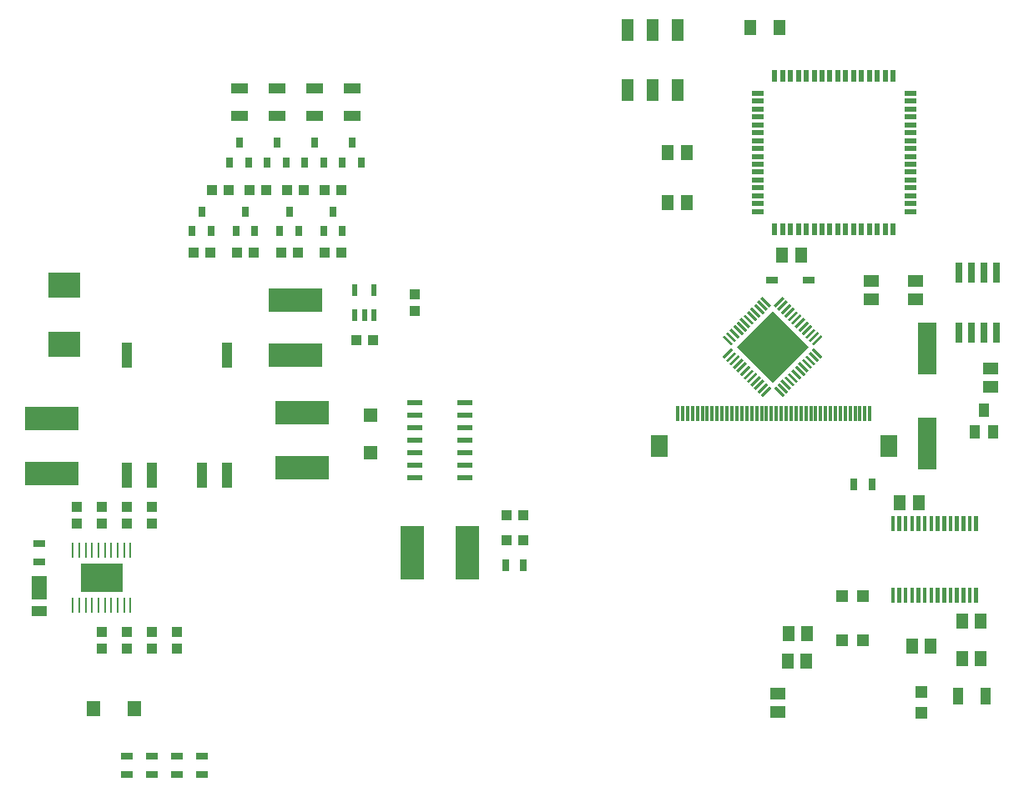
<source format=gtp>
G75*
%MOIN*%
%OFA0B0*%
%FSLAX24Y24*%
%IPPOS*%
%LPD*%
%AMOC8*
5,1,8,0,0,1.08239X$1,22.5*
%
%ADD10R,0.0591X0.0413*%
%ADD11R,0.0591X0.0945*%
%ADD12R,0.0531X0.0591*%
%ADD13R,0.0591X0.0512*%
%ADD14R,0.0512X0.0591*%
%ADD15R,0.2165X0.0925*%
%ADD16R,0.0315X0.0472*%
%ADD17R,0.0433X0.0394*%
%ADD18R,0.0925X0.2165*%
%ADD19R,0.0394X0.0433*%
%ADD20R,0.0472X0.0315*%
%ADD21R,0.0472X0.0276*%
%ADD22R,0.0551X0.0551*%
%ADD23R,0.0394X0.0709*%
%ADD24R,0.0500X0.0858*%
%ADD25R,0.0220X0.0470*%
%ADD26R,0.0470X0.0220*%
%ADD27R,0.0260X0.0800*%
%ADD28R,0.0394X0.0551*%
%ADD29C,0.0030*%
%ADD30R,0.0472X0.0630*%
%ADD31R,0.0472X0.0472*%
%ADD32R,0.0760X0.2100*%
%ADD33R,0.0394X0.1000*%
%ADD34R,0.0110X0.0490*%
%ADD35R,0.2030X0.2030*%
%ADD36R,0.0217X0.0472*%
%ADD37R,0.0098X0.0591*%
%ADD38R,0.1654X0.1181*%
%ADD39R,0.0630X0.0220*%
%ADD40R,0.0120X0.0590*%
%ADD41R,0.0710X0.0870*%
%ADD42R,0.1280X0.0984*%
%ADD43R,0.0315X0.0384*%
%ADD44R,0.0709X0.0394*%
D10*
X006030Y012564D03*
D11*
X006030Y013499D03*
D12*
X008213Y008649D03*
X009847Y008649D03*
D13*
X035530Y008525D03*
X035530Y009273D03*
X044030Y021525D03*
X044030Y022273D03*
X041030Y025025D03*
X041030Y025773D03*
X039280Y025773D03*
X039280Y025025D03*
D14*
X036464Y026779D03*
X035716Y026779D03*
X031904Y028899D03*
X031156Y028899D03*
X031156Y030899D03*
X031904Y030899D03*
X040416Y016879D03*
X041164Y016879D03*
X042906Y012149D03*
X043654Y012149D03*
X043654Y010649D03*
X042906Y010649D03*
X041654Y011149D03*
X040906Y011149D03*
X036714Y011659D03*
X035966Y011659D03*
X035926Y010569D03*
X036674Y010569D03*
D15*
X016530Y018297D03*
X016530Y020501D03*
X016280Y022797D03*
X016280Y025001D03*
X006530Y020251D03*
X006530Y018047D03*
D16*
X024676Y014399D03*
X025384Y014399D03*
X038586Y017639D03*
X039294Y017639D03*
D17*
X025365Y016399D03*
X024695Y016399D03*
X024695Y015399D03*
X025365Y015399D03*
X019365Y023399D03*
X018695Y023399D03*
X018115Y026899D03*
X017445Y026899D03*
X016365Y026899D03*
X015695Y026899D03*
X014615Y026899D03*
X013945Y026899D03*
X012865Y026899D03*
X012195Y026899D03*
X012945Y029399D03*
X013615Y029399D03*
X014445Y029399D03*
X015115Y029399D03*
X015945Y029399D03*
X016615Y029399D03*
X017445Y029399D03*
X018115Y029399D03*
D18*
X020928Y014899D03*
X023132Y014899D03*
D19*
X011530Y011734D03*
X011530Y011064D03*
X010530Y011064D03*
X010530Y011734D03*
X009530Y011734D03*
X009530Y011064D03*
X008530Y011064D03*
X008530Y011734D03*
X008530Y016064D03*
X008530Y016734D03*
X007530Y016734D03*
X007530Y016064D03*
X009530Y016064D03*
X009530Y016734D03*
X010530Y016734D03*
X010530Y016064D03*
X021030Y024564D03*
X021030Y025234D03*
D20*
X009530Y006045D03*
X009530Y006753D03*
X010530Y006753D03*
X010530Y006045D03*
X011530Y006045D03*
X011530Y006753D03*
X012530Y006753D03*
X012530Y006045D03*
X006030Y014545D03*
X006030Y015253D03*
D21*
X035322Y025779D03*
X036778Y025779D03*
D22*
X019280Y020397D03*
X019280Y018901D03*
D23*
X042729Y009149D03*
X043831Y009149D03*
D24*
X031540Y033408D03*
X030540Y033408D03*
X029540Y033408D03*
X029540Y035810D03*
X030540Y035810D03*
X031540Y035810D03*
D25*
X035418Y033954D03*
X035733Y033954D03*
X036048Y033954D03*
X036363Y033954D03*
X036678Y033954D03*
X036993Y033954D03*
X037308Y033954D03*
X037623Y033954D03*
X037937Y033954D03*
X038252Y033954D03*
X038567Y033954D03*
X038882Y033954D03*
X039197Y033954D03*
X039512Y033954D03*
X039827Y033954D03*
X040142Y033954D03*
X040142Y027844D03*
X039827Y027844D03*
X039512Y027844D03*
X039197Y027844D03*
X038882Y027844D03*
X038567Y027844D03*
X038252Y027844D03*
X037937Y027844D03*
X037623Y027844D03*
X037308Y027844D03*
X036993Y027844D03*
X036678Y027844D03*
X036363Y027844D03*
X036048Y027844D03*
X035733Y027844D03*
X035418Y027844D03*
D26*
X034725Y028537D03*
X034725Y028852D03*
X034725Y029167D03*
X034725Y029482D03*
X034725Y029797D03*
X034725Y030112D03*
X034725Y030427D03*
X034725Y030742D03*
X034725Y031056D03*
X034725Y031371D03*
X034725Y031686D03*
X034725Y032001D03*
X034725Y032316D03*
X034725Y032631D03*
X034725Y032946D03*
X034725Y033261D03*
X040835Y033261D03*
X040835Y032946D03*
X040835Y032631D03*
X040835Y032316D03*
X040835Y032001D03*
X040835Y031686D03*
X040835Y031371D03*
X040835Y031056D03*
X040835Y030742D03*
X040835Y030427D03*
X040835Y030112D03*
X040835Y029797D03*
X040835Y029482D03*
X040835Y029167D03*
X040835Y028852D03*
X040835Y028537D03*
D27*
X042780Y026109D03*
X043280Y026109D03*
X043780Y026109D03*
X044280Y026109D03*
X044280Y023689D03*
X043780Y023689D03*
X043280Y023689D03*
X042780Y023689D03*
D28*
X043780Y020582D03*
X043406Y019716D03*
X044154Y019716D03*
D29*
X043503Y016356D02*
X043383Y016356D01*
X043503Y016356D02*
X043503Y015796D01*
X043383Y015796D01*
X043383Y016356D01*
X043383Y015825D02*
X043503Y015825D01*
X043503Y015854D02*
X043383Y015854D01*
X043383Y015883D02*
X043503Y015883D01*
X043503Y015912D02*
X043383Y015912D01*
X043383Y015941D02*
X043503Y015941D01*
X043503Y015970D02*
X043383Y015970D01*
X043383Y015999D02*
X043503Y015999D01*
X043503Y016028D02*
X043383Y016028D01*
X043383Y016057D02*
X043503Y016057D01*
X043503Y016086D02*
X043383Y016086D01*
X043383Y016115D02*
X043503Y016115D01*
X043503Y016144D02*
X043383Y016144D01*
X043383Y016173D02*
X043503Y016173D01*
X043503Y016202D02*
X043383Y016202D01*
X043383Y016231D02*
X043503Y016231D01*
X043503Y016260D02*
X043383Y016260D01*
X043383Y016289D02*
X043503Y016289D01*
X043503Y016318D02*
X043383Y016318D01*
X043383Y016347D02*
X043503Y016347D01*
X043247Y016356D02*
X043127Y016356D01*
X043247Y016356D02*
X043247Y015796D01*
X043127Y015796D01*
X043127Y016356D01*
X043127Y015825D02*
X043247Y015825D01*
X043247Y015854D02*
X043127Y015854D01*
X043127Y015883D02*
X043247Y015883D01*
X043247Y015912D02*
X043127Y015912D01*
X043127Y015941D02*
X043247Y015941D01*
X043247Y015970D02*
X043127Y015970D01*
X043127Y015999D02*
X043247Y015999D01*
X043247Y016028D02*
X043127Y016028D01*
X043127Y016057D02*
X043247Y016057D01*
X043247Y016086D02*
X043127Y016086D01*
X043127Y016115D02*
X043247Y016115D01*
X043247Y016144D02*
X043127Y016144D01*
X043127Y016173D02*
X043247Y016173D01*
X043247Y016202D02*
X043127Y016202D01*
X043127Y016231D02*
X043247Y016231D01*
X043247Y016260D02*
X043127Y016260D01*
X043127Y016289D02*
X043247Y016289D01*
X043247Y016318D02*
X043127Y016318D01*
X043127Y016347D02*
X043247Y016347D01*
X042992Y016356D02*
X042872Y016356D01*
X042992Y016356D02*
X042992Y015796D01*
X042872Y015796D01*
X042872Y016356D01*
X042872Y015825D02*
X042992Y015825D01*
X042992Y015854D02*
X042872Y015854D01*
X042872Y015883D02*
X042992Y015883D01*
X042992Y015912D02*
X042872Y015912D01*
X042872Y015941D02*
X042992Y015941D01*
X042992Y015970D02*
X042872Y015970D01*
X042872Y015999D02*
X042992Y015999D01*
X042992Y016028D02*
X042872Y016028D01*
X042872Y016057D02*
X042992Y016057D01*
X042992Y016086D02*
X042872Y016086D01*
X042872Y016115D02*
X042992Y016115D01*
X042992Y016144D02*
X042872Y016144D01*
X042872Y016173D02*
X042992Y016173D01*
X042992Y016202D02*
X042872Y016202D01*
X042872Y016231D02*
X042992Y016231D01*
X042992Y016260D02*
X042872Y016260D01*
X042872Y016289D02*
X042992Y016289D01*
X042992Y016318D02*
X042872Y016318D01*
X042872Y016347D02*
X042992Y016347D01*
X042736Y016356D02*
X042616Y016356D01*
X042736Y016356D02*
X042736Y015796D01*
X042616Y015796D01*
X042616Y016356D01*
X042616Y015825D02*
X042736Y015825D01*
X042736Y015854D02*
X042616Y015854D01*
X042616Y015883D02*
X042736Y015883D01*
X042736Y015912D02*
X042616Y015912D01*
X042616Y015941D02*
X042736Y015941D01*
X042736Y015970D02*
X042616Y015970D01*
X042616Y015999D02*
X042736Y015999D01*
X042736Y016028D02*
X042616Y016028D01*
X042616Y016057D02*
X042736Y016057D01*
X042736Y016086D02*
X042616Y016086D01*
X042616Y016115D02*
X042736Y016115D01*
X042736Y016144D02*
X042616Y016144D01*
X042616Y016173D02*
X042736Y016173D01*
X042736Y016202D02*
X042616Y016202D01*
X042616Y016231D02*
X042736Y016231D01*
X042736Y016260D02*
X042616Y016260D01*
X042616Y016289D02*
X042736Y016289D01*
X042736Y016318D02*
X042616Y016318D01*
X042616Y016347D02*
X042736Y016347D01*
X042480Y016356D02*
X042360Y016356D01*
X042480Y016356D02*
X042480Y015796D01*
X042360Y015796D01*
X042360Y016356D01*
X042360Y015825D02*
X042480Y015825D01*
X042480Y015854D02*
X042360Y015854D01*
X042360Y015883D02*
X042480Y015883D01*
X042480Y015912D02*
X042360Y015912D01*
X042360Y015941D02*
X042480Y015941D01*
X042480Y015970D02*
X042360Y015970D01*
X042360Y015999D02*
X042480Y015999D01*
X042480Y016028D02*
X042360Y016028D01*
X042360Y016057D02*
X042480Y016057D01*
X042480Y016086D02*
X042360Y016086D01*
X042360Y016115D02*
X042480Y016115D01*
X042480Y016144D02*
X042360Y016144D01*
X042360Y016173D02*
X042480Y016173D01*
X042480Y016202D02*
X042360Y016202D01*
X042360Y016231D02*
X042480Y016231D01*
X042480Y016260D02*
X042360Y016260D01*
X042360Y016289D02*
X042480Y016289D01*
X042480Y016318D02*
X042360Y016318D01*
X042360Y016347D02*
X042480Y016347D01*
X042224Y016356D02*
X042104Y016356D01*
X042224Y016356D02*
X042224Y015796D01*
X042104Y015796D01*
X042104Y016356D01*
X042104Y015825D02*
X042224Y015825D01*
X042224Y015854D02*
X042104Y015854D01*
X042104Y015883D02*
X042224Y015883D01*
X042224Y015912D02*
X042104Y015912D01*
X042104Y015941D02*
X042224Y015941D01*
X042224Y015970D02*
X042104Y015970D01*
X042104Y015999D02*
X042224Y015999D01*
X042224Y016028D02*
X042104Y016028D01*
X042104Y016057D02*
X042224Y016057D01*
X042224Y016086D02*
X042104Y016086D01*
X042104Y016115D02*
X042224Y016115D01*
X042224Y016144D02*
X042104Y016144D01*
X042104Y016173D02*
X042224Y016173D01*
X042224Y016202D02*
X042104Y016202D01*
X042104Y016231D02*
X042224Y016231D01*
X042224Y016260D02*
X042104Y016260D01*
X042104Y016289D02*
X042224Y016289D01*
X042224Y016318D02*
X042104Y016318D01*
X042104Y016347D02*
X042224Y016347D01*
X041968Y016356D02*
X041848Y016356D01*
X041968Y016356D02*
X041968Y015796D01*
X041848Y015796D01*
X041848Y016356D01*
X041848Y015825D02*
X041968Y015825D01*
X041968Y015854D02*
X041848Y015854D01*
X041848Y015883D02*
X041968Y015883D01*
X041968Y015912D02*
X041848Y015912D01*
X041848Y015941D02*
X041968Y015941D01*
X041968Y015970D02*
X041848Y015970D01*
X041848Y015999D02*
X041968Y015999D01*
X041968Y016028D02*
X041848Y016028D01*
X041848Y016057D02*
X041968Y016057D01*
X041968Y016086D02*
X041848Y016086D01*
X041848Y016115D02*
X041968Y016115D01*
X041968Y016144D02*
X041848Y016144D01*
X041848Y016173D02*
X041968Y016173D01*
X041968Y016202D02*
X041848Y016202D01*
X041848Y016231D02*
X041968Y016231D01*
X041968Y016260D02*
X041848Y016260D01*
X041848Y016289D02*
X041968Y016289D01*
X041968Y016318D02*
X041848Y016318D01*
X041848Y016347D02*
X041968Y016347D01*
X041712Y016356D02*
X041592Y016356D01*
X041712Y016356D02*
X041712Y015796D01*
X041592Y015796D01*
X041592Y016356D01*
X041592Y015825D02*
X041712Y015825D01*
X041712Y015854D02*
X041592Y015854D01*
X041592Y015883D02*
X041712Y015883D01*
X041712Y015912D02*
X041592Y015912D01*
X041592Y015941D02*
X041712Y015941D01*
X041712Y015970D02*
X041592Y015970D01*
X041592Y015999D02*
X041712Y015999D01*
X041712Y016028D02*
X041592Y016028D01*
X041592Y016057D02*
X041712Y016057D01*
X041712Y016086D02*
X041592Y016086D01*
X041592Y016115D02*
X041712Y016115D01*
X041712Y016144D02*
X041592Y016144D01*
X041592Y016173D02*
X041712Y016173D01*
X041712Y016202D02*
X041592Y016202D01*
X041592Y016231D02*
X041712Y016231D01*
X041712Y016260D02*
X041592Y016260D01*
X041592Y016289D02*
X041712Y016289D01*
X041712Y016318D02*
X041592Y016318D01*
X041592Y016347D02*
X041712Y016347D01*
X041456Y016356D02*
X041336Y016356D01*
X041456Y016356D02*
X041456Y015796D01*
X041336Y015796D01*
X041336Y016356D01*
X041336Y015825D02*
X041456Y015825D01*
X041456Y015854D02*
X041336Y015854D01*
X041336Y015883D02*
X041456Y015883D01*
X041456Y015912D02*
X041336Y015912D01*
X041336Y015941D02*
X041456Y015941D01*
X041456Y015970D02*
X041336Y015970D01*
X041336Y015999D02*
X041456Y015999D01*
X041456Y016028D02*
X041336Y016028D01*
X041336Y016057D02*
X041456Y016057D01*
X041456Y016086D02*
X041336Y016086D01*
X041336Y016115D02*
X041456Y016115D01*
X041456Y016144D02*
X041336Y016144D01*
X041336Y016173D02*
X041456Y016173D01*
X041456Y016202D02*
X041336Y016202D01*
X041336Y016231D02*
X041456Y016231D01*
X041456Y016260D02*
X041336Y016260D01*
X041336Y016289D02*
X041456Y016289D01*
X041456Y016318D02*
X041336Y016318D01*
X041336Y016347D02*
X041456Y016347D01*
X041200Y016356D02*
X041080Y016356D01*
X041200Y016356D02*
X041200Y015796D01*
X041080Y015796D01*
X041080Y016356D01*
X041080Y015825D02*
X041200Y015825D01*
X041200Y015854D02*
X041080Y015854D01*
X041080Y015883D02*
X041200Y015883D01*
X041200Y015912D02*
X041080Y015912D01*
X041080Y015941D02*
X041200Y015941D01*
X041200Y015970D02*
X041080Y015970D01*
X041080Y015999D02*
X041200Y015999D01*
X041200Y016028D02*
X041080Y016028D01*
X041080Y016057D02*
X041200Y016057D01*
X041200Y016086D02*
X041080Y016086D01*
X041080Y016115D02*
X041200Y016115D01*
X041200Y016144D02*
X041080Y016144D01*
X041080Y016173D02*
X041200Y016173D01*
X041200Y016202D02*
X041080Y016202D01*
X041080Y016231D02*
X041200Y016231D01*
X041200Y016260D02*
X041080Y016260D01*
X041080Y016289D02*
X041200Y016289D01*
X041200Y016318D02*
X041080Y016318D01*
X041080Y016347D02*
X041200Y016347D01*
X040944Y016356D02*
X040824Y016356D01*
X040944Y016356D02*
X040944Y015796D01*
X040824Y015796D01*
X040824Y016356D01*
X040824Y015825D02*
X040944Y015825D01*
X040944Y015854D02*
X040824Y015854D01*
X040824Y015883D02*
X040944Y015883D01*
X040944Y015912D02*
X040824Y015912D01*
X040824Y015941D02*
X040944Y015941D01*
X040944Y015970D02*
X040824Y015970D01*
X040824Y015999D02*
X040944Y015999D01*
X040944Y016028D02*
X040824Y016028D01*
X040824Y016057D02*
X040944Y016057D01*
X040944Y016086D02*
X040824Y016086D01*
X040824Y016115D02*
X040944Y016115D01*
X040944Y016144D02*
X040824Y016144D01*
X040824Y016173D02*
X040944Y016173D01*
X040944Y016202D02*
X040824Y016202D01*
X040824Y016231D02*
X040944Y016231D01*
X040944Y016260D02*
X040824Y016260D01*
X040824Y016289D02*
X040944Y016289D01*
X040944Y016318D02*
X040824Y016318D01*
X040824Y016347D02*
X040944Y016347D01*
X040688Y016356D02*
X040568Y016356D01*
X040688Y016356D02*
X040688Y015796D01*
X040568Y015796D01*
X040568Y016356D01*
X040568Y015825D02*
X040688Y015825D01*
X040688Y015854D02*
X040568Y015854D01*
X040568Y015883D02*
X040688Y015883D01*
X040688Y015912D02*
X040568Y015912D01*
X040568Y015941D02*
X040688Y015941D01*
X040688Y015970D02*
X040568Y015970D01*
X040568Y015999D02*
X040688Y015999D01*
X040688Y016028D02*
X040568Y016028D01*
X040568Y016057D02*
X040688Y016057D01*
X040688Y016086D02*
X040568Y016086D01*
X040568Y016115D02*
X040688Y016115D01*
X040688Y016144D02*
X040568Y016144D01*
X040568Y016173D02*
X040688Y016173D01*
X040688Y016202D02*
X040568Y016202D01*
X040568Y016231D02*
X040688Y016231D01*
X040688Y016260D02*
X040568Y016260D01*
X040568Y016289D02*
X040688Y016289D01*
X040688Y016318D02*
X040568Y016318D01*
X040568Y016347D02*
X040688Y016347D01*
X040433Y016356D02*
X040313Y016356D01*
X040433Y016356D02*
X040433Y015796D01*
X040313Y015796D01*
X040313Y016356D01*
X040313Y015825D02*
X040433Y015825D01*
X040433Y015854D02*
X040313Y015854D01*
X040313Y015883D02*
X040433Y015883D01*
X040433Y015912D02*
X040313Y015912D01*
X040313Y015941D02*
X040433Y015941D01*
X040433Y015970D02*
X040313Y015970D01*
X040313Y015999D02*
X040433Y015999D01*
X040433Y016028D02*
X040313Y016028D01*
X040313Y016057D02*
X040433Y016057D01*
X040433Y016086D02*
X040313Y016086D01*
X040313Y016115D02*
X040433Y016115D01*
X040433Y016144D02*
X040313Y016144D01*
X040313Y016173D02*
X040433Y016173D01*
X040433Y016202D02*
X040313Y016202D01*
X040313Y016231D02*
X040433Y016231D01*
X040433Y016260D02*
X040313Y016260D01*
X040313Y016289D02*
X040433Y016289D01*
X040433Y016318D02*
X040313Y016318D01*
X040313Y016347D02*
X040433Y016347D01*
X040177Y016356D02*
X040057Y016356D01*
X040177Y016356D02*
X040177Y015796D01*
X040057Y015796D01*
X040057Y016356D01*
X040057Y015825D02*
X040177Y015825D01*
X040177Y015854D02*
X040057Y015854D01*
X040057Y015883D02*
X040177Y015883D01*
X040177Y015912D02*
X040057Y015912D01*
X040057Y015941D02*
X040177Y015941D01*
X040177Y015970D02*
X040057Y015970D01*
X040057Y015999D02*
X040177Y015999D01*
X040177Y016028D02*
X040057Y016028D01*
X040057Y016057D02*
X040177Y016057D01*
X040177Y016086D02*
X040057Y016086D01*
X040057Y016115D02*
X040177Y016115D01*
X040177Y016144D02*
X040057Y016144D01*
X040057Y016173D02*
X040177Y016173D01*
X040177Y016202D02*
X040057Y016202D01*
X040057Y016231D02*
X040177Y016231D01*
X040177Y016260D02*
X040057Y016260D01*
X040057Y016289D02*
X040177Y016289D01*
X040177Y016318D02*
X040057Y016318D01*
X040057Y016347D02*
X040177Y016347D01*
X040177Y013502D02*
X040057Y013502D01*
X040177Y013502D02*
X040177Y012942D01*
X040057Y012942D01*
X040057Y013502D01*
X040057Y012971D02*
X040177Y012971D01*
X040177Y013000D02*
X040057Y013000D01*
X040057Y013029D02*
X040177Y013029D01*
X040177Y013058D02*
X040057Y013058D01*
X040057Y013087D02*
X040177Y013087D01*
X040177Y013116D02*
X040057Y013116D01*
X040057Y013145D02*
X040177Y013145D01*
X040177Y013174D02*
X040057Y013174D01*
X040057Y013203D02*
X040177Y013203D01*
X040177Y013232D02*
X040057Y013232D01*
X040057Y013261D02*
X040177Y013261D01*
X040177Y013290D02*
X040057Y013290D01*
X040057Y013319D02*
X040177Y013319D01*
X040177Y013348D02*
X040057Y013348D01*
X040057Y013377D02*
X040177Y013377D01*
X040177Y013406D02*
X040057Y013406D01*
X040057Y013435D02*
X040177Y013435D01*
X040177Y013464D02*
X040057Y013464D01*
X040057Y013493D02*
X040177Y013493D01*
X040313Y013502D02*
X040433Y013502D01*
X040433Y012942D01*
X040313Y012942D01*
X040313Y013502D01*
X040313Y012971D02*
X040433Y012971D01*
X040433Y013000D02*
X040313Y013000D01*
X040313Y013029D02*
X040433Y013029D01*
X040433Y013058D02*
X040313Y013058D01*
X040313Y013087D02*
X040433Y013087D01*
X040433Y013116D02*
X040313Y013116D01*
X040313Y013145D02*
X040433Y013145D01*
X040433Y013174D02*
X040313Y013174D01*
X040313Y013203D02*
X040433Y013203D01*
X040433Y013232D02*
X040313Y013232D01*
X040313Y013261D02*
X040433Y013261D01*
X040433Y013290D02*
X040313Y013290D01*
X040313Y013319D02*
X040433Y013319D01*
X040433Y013348D02*
X040313Y013348D01*
X040313Y013377D02*
X040433Y013377D01*
X040433Y013406D02*
X040313Y013406D01*
X040313Y013435D02*
X040433Y013435D01*
X040433Y013464D02*
X040313Y013464D01*
X040313Y013493D02*
X040433Y013493D01*
X040568Y013502D02*
X040688Y013502D01*
X040688Y012942D01*
X040568Y012942D01*
X040568Y013502D01*
X040568Y012971D02*
X040688Y012971D01*
X040688Y013000D02*
X040568Y013000D01*
X040568Y013029D02*
X040688Y013029D01*
X040688Y013058D02*
X040568Y013058D01*
X040568Y013087D02*
X040688Y013087D01*
X040688Y013116D02*
X040568Y013116D01*
X040568Y013145D02*
X040688Y013145D01*
X040688Y013174D02*
X040568Y013174D01*
X040568Y013203D02*
X040688Y013203D01*
X040688Y013232D02*
X040568Y013232D01*
X040568Y013261D02*
X040688Y013261D01*
X040688Y013290D02*
X040568Y013290D01*
X040568Y013319D02*
X040688Y013319D01*
X040688Y013348D02*
X040568Y013348D01*
X040568Y013377D02*
X040688Y013377D01*
X040688Y013406D02*
X040568Y013406D01*
X040568Y013435D02*
X040688Y013435D01*
X040688Y013464D02*
X040568Y013464D01*
X040568Y013493D02*
X040688Y013493D01*
X040824Y013502D02*
X040944Y013502D01*
X040944Y012942D01*
X040824Y012942D01*
X040824Y013502D01*
X040824Y012971D02*
X040944Y012971D01*
X040944Y013000D02*
X040824Y013000D01*
X040824Y013029D02*
X040944Y013029D01*
X040944Y013058D02*
X040824Y013058D01*
X040824Y013087D02*
X040944Y013087D01*
X040944Y013116D02*
X040824Y013116D01*
X040824Y013145D02*
X040944Y013145D01*
X040944Y013174D02*
X040824Y013174D01*
X040824Y013203D02*
X040944Y013203D01*
X040944Y013232D02*
X040824Y013232D01*
X040824Y013261D02*
X040944Y013261D01*
X040944Y013290D02*
X040824Y013290D01*
X040824Y013319D02*
X040944Y013319D01*
X040944Y013348D02*
X040824Y013348D01*
X040824Y013377D02*
X040944Y013377D01*
X040944Y013406D02*
X040824Y013406D01*
X040824Y013435D02*
X040944Y013435D01*
X040944Y013464D02*
X040824Y013464D01*
X040824Y013493D02*
X040944Y013493D01*
X041080Y013502D02*
X041200Y013502D01*
X041200Y012942D01*
X041080Y012942D01*
X041080Y013502D01*
X041080Y012971D02*
X041200Y012971D01*
X041200Y013000D02*
X041080Y013000D01*
X041080Y013029D02*
X041200Y013029D01*
X041200Y013058D02*
X041080Y013058D01*
X041080Y013087D02*
X041200Y013087D01*
X041200Y013116D02*
X041080Y013116D01*
X041080Y013145D02*
X041200Y013145D01*
X041200Y013174D02*
X041080Y013174D01*
X041080Y013203D02*
X041200Y013203D01*
X041200Y013232D02*
X041080Y013232D01*
X041080Y013261D02*
X041200Y013261D01*
X041200Y013290D02*
X041080Y013290D01*
X041080Y013319D02*
X041200Y013319D01*
X041200Y013348D02*
X041080Y013348D01*
X041080Y013377D02*
X041200Y013377D01*
X041200Y013406D02*
X041080Y013406D01*
X041080Y013435D02*
X041200Y013435D01*
X041200Y013464D02*
X041080Y013464D01*
X041080Y013493D02*
X041200Y013493D01*
X041336Y013502D02*
X041456Y013502D01*
X041456Y012942D01*
X041336Y012942D01*
X041336Y013502D01*
X041336Y012971D02*
X041456Y012971D01*
X041456Y013000D02*
X041336Y013000D01*
X041336Y013029D02*
X041456Y013029D01*
X041456Y013058D02*
X041336Y013058D01*
X041336Y013087D02*
X041456Y013087D01*
X041456Y013116D02*
X041336Y013116D01*
X041336Y013145D02*
X041456Y013145D01*
X041456Y013174D02*
X041336Y013174D01*
X041336Y013203D02*
X041456Y013203D01*
X041456Y013232D02*
X041336Y013232D01*
X041336Y013261D02*
X041456Y013261D01*
X041456Y013290D02*
X041336Y013290D01*
X041336Y013319D02*
X041456Y013319D01*
X041456Y013348D02*
X041336Y013348D01*
X041336Y013377D02*
X041456Y013377D01*
X041456Y013406D02*
X041336Y013406D01*
X041336Y013435D02*
X041456Y013435D01*
X041456Y013464D02*
X041336Y013464D01*
X041336Y013493D02*
X041456Y013493D01*
X041592Y013502D02*
X041712Y013502D01*
X041712Y012942D01*
X041592Y012942D01*
X041592Y013502D01*
X041592Y012971D02*
X041712Y012971D01*
X041712Y013000D02*
X041592Y013000D01*
X041592Y013029D02*
X041712Y013029D01*
X041712Y013058D02*
X041592Y013058D01*
X041592Y013087D02*
X041712Y013087D01*
X041712Y013116D02*
X041592Y013116D01*
X041592Y013145D02*
X041712Y013145D01*
X041712Y013174D02*
X041592Y013174D01*
X041592Y013203D02*
X041712Y013203D01*
X041712Y013232D02*
X041592Y013232D01*
X041592Y013261D02*
X041712Y013261D01*
X041712Y013290D02*
X041592Y013290D01*
X041592Y013319D02*
X041712Y013319D01*
X041712Y013348D02*
X041592Y013348D01*
X041592Y013377D02*
X041712Y013377D01*
X041712Y013406D02*
X041592Y013406D01*
X041592Y013435D02*
X041712Y013435D01*
X041712Y013464D02*
X041592Y013464D01*
X041592Y013493D02*
X041712Y013493D01*
X041848Y013502D02*
X041968Y013502D01*
X041968Y012942D01*
X041848Y012942D01*
X041848Y013502D01*
X041848Y012971D02*
X041968Y012971D01*
X041968Y013000D02*
X041848Y013000D01*
X041848Y013029D02*
X041968Y013029D01*
X041968Y013058D02*
X041848Y013058D01*
X041848Y013087D02*
X041968Y013087D01*
X041968Y013116D02*
X041848Y013116D01*
X041848Y013145D02*
X041968Y013145D01*
X041968Y013174D02*
X041848Y013174D01*
X041848Y013203D02*
X041968Y013203D01*
X041968Y013232D02*
X041848Y013232D01*
X041848Y013261D02*
X041968Y013261D01*
X041968Y013290D02*
X041848Y013290D01*
X041848Y013319D02*
X041968Y013319D01*
X041968Y013348D02*
X041848Y013348D01*
X041848Y013377D02*
X041968Y013377D01*
X041968Y013406D02*
X041848Y013406D01*
X041848Y013435D02*
X041968Y013435D01*
X041968Y013464D02*
X041848Y013464D01*
X041848Y013493D02*
X041968Y013493D01*
X042104Y013502D02*
X042224Y013502D01*
X042224Y012942D01*
X042104Y012942D01*
X042104Y013502D01*
X042104Y012971D02*
X042224Y012971D01*
X042224Y013000D02*
X042104Y013000D01*
X042104Y013029D02*
X042224Y013029D01*
X042224Y013058D02*
X042104Y013058D01*
X042104Y013087D02*
X042224Y013087D01*
X042224Y013116D02*
X042104Y013116D01*
X042104Y013145D02*
X042224Y013145D01*
X042224Y013174D02*
X042104Y013174D01*
X042104Y013203D02*
X042224Y013203D01*
X042224Y013232D02*
X042104Y013232D01*
X042104Y013261D02*
X042224Y013261D01*
X042224Y013290D02*
X042104Y013290D01*
X042104Y013319D02*
X042224Y013319D01*
X042224Y013348D02*
X042104Y013348D01*
X042104Y013377D02*
X042224Y013377D01*
X042224Y013406D02*
X042104Y013406D01*
X042104Y013435D02*
X042224Y013435D01*
X042224Y013464D02*
X042104Y013464D01*
X042104Y013493D02*
X042224Y013493D01*
X042360Y013502D02*
X042480Y013502D01*
X042480Y012942D01*
X042360Y012942D01*
X042360Y013502D01*
X042360Y012971D02*
X042480Y012971D01*
X042480Y013000D02*
X042360Y013000D01*
X042360Y013029D02*
X042480Y013029D01*
X042480Y013058D02*
X042360Y013058D01*
X042360Y013087D02*
X042480Y013087D01*
X042480Y013116D02*
X042360Y013116D01*
X042360Y013145D02*
X042480Y013145D01*
X042480Y013174D02*
X042360Y013174D01*
X042360Y013203D02*
X042480Y013203D01*
X042480Y013232D02*
X042360Y013232D01*
X042360Y013261D02*
X042480Y013261D01*
X042480Y013290D02*
X042360Y013290D01*
X042360Y013319D02*
X042480Y013319D01*
X042480Y013348D02*
X042360Y013348D01*
X042360Y013377D02*
X042480Y013377D01*
X042480Y013406D02*
X042360Y013406D01*
X042360Y013435D02*
X042480Y013435D01*
X042480Y013464D02*
X042360Y013464D01*
X042360Y013493D02*
X042480Y013493D01*
X042616Y013502D02*
X042736Y013502D01*
X042736Y012942D01*
X042616Y012942D01*
X042616Y013502D01*
X042616Y012971D02*
X042736Y012971D01*
X042736Y013000D02*
X042616Y013000D01*
X042616Y013029D02*
X042736Y013029D01*
X042736Y013058D02*
X042616Y013058D01*
X042616Y013087D02*
X042736Y013087D01*
X042736Y013116D02*
X042616Y013116D01*
X042616Y013145D02*
X042736Y013145D01*
X042736Y013174D02*
X042616Y013174D01*
X042616Y013203D02*
X042736Y013203D01*
X042736Y013232D02*
X042616Y013232D01*
X042616Y013261D02*
X042736Y013261D01*
X042736Y013290D02*
X042616Y013290D01*
X042616Y013319D02*
X042736Y013319D01*
X042736Y013348D02*
X042616Y013348D01*
X042616Y013377D02*
X042736Y013377D01*
X042736Y013406D02*
X042616Y013406D01*
X042616Y013435D02*
X042736Y013435D01*
X042736Y013464D02*
X042616Y013464D01*
X042616Y013493D02*
X042736Y013493D01*
X042872Y013502D02*
X042992Y013502D01*
X042992Y012942D01*
X042872Y012942D01*
X042872Y013502D01*
X042872Y012971D02*
X042992Y012971D01*
X042992Y013000D02*
X042872Y013000D01*
X042872Y013029D02*
X042992Y013029D01*
X042992Y013058D02*
X042872Y013058D01*
X042872Y013087D02*
X042992Y013087D01*
X042992Y013116D02*
X042872Y013116D01*
X042872Y013145D02*
X042992Y013145D01*
X042992Y013174D02*
X042872Y013174D01*
X042872Y013203D02*
X042992Y013203D01*
X042992Y013232D02*
X042872Y013232D01*
X042872Y013261D02*
X042992Y013261D01*
X042992Y013290D02*
X042872Y013290D01*
X042872Y013319D02*
X042992Y013319D01*
X042992Y013348D02*
X042872Y013348D01*
X042872Y013377D02*
X042992Y013377D01*
X042992Y013406D02*
X042872Y013406D01*
X042872Y013435D02*
X042992Y013435D01*
X042992Y013464D02*
X042872Y013464D01*
X042872Y013493D02*
X042992Y013493D01*
X043127Y013502D02*
X043247Y013502D01*
X043247Y012942D01*
X043127Y012942D01*
X043127Y013502D01*
X043127Y012971D02*
X043247Y012971D01*
X043247Y013000D02*
X043127Y013000D01*
X043127Y013029D02*
X043247Y013029D01*
X043247Y013058D02*
X043127Y013058D01*
X043127Y013087D02*
X043247Y013087D01*
X043247Y013116D02*
X043127Y013116D01*
X043127Y013145D02*
X043247Y013145D01*
X043247Y013174D02*
X043127Y013174D01*
X043127Y013203D02*
X043247Y013203D01*
X043247Y013232D02*
X043127Y013232D01*
X043127Y013261D02*
X043247Y013261D01*
X043247Y013290D02*
X043127Y013290D01*
X043127Y013319D02*
X043247Y013319D01*
X043247Y013348D02*
X043127Y013348D01*
X043127Y013377D02*
X043247Y013377D01*
X043247Y013406D02*
X043127Y013406D01*
X043127Y013435D02*
X043247Y013435D01*
X043247Y013464D02*
X043127Y013464D01*
X043127Y013493D02*
X043247Y013493D01*
X043383Y013502D02*
X043503Y013502D01*
X043503Y012942D01*
X043383Y012942D01*
X043383Y013502D01*
X043383Y012971D02*
X043503Y012971D01*
X043503Y013000D02*
X043383Y013000D01*
X043383Y013029D02*
X043503Y013029D01*
X043503Y013058D02*
X043383Y013058D01*
X043383Y013087D02*
X043503Y013087D01*
X043503Y013116D02*
X043383Y013116D01*
X043383Y013145D02*
X043503Y013145D01*
X043503Y013174D02*
X043383Y013174D01*
X043383Y013203D02*
X043503Y013203D01*
X043503Y013232D02*
X043383Y013232D01*
X043383Y013261D02*
X043503Y013261D01*
X043503Y013290D02*
X043383Y013290D01*
X043383Y013319D02*
X043503Y013319D01*
X043503Y013348D02*
X043383Y013348D01*
X043383Y013377D02*
X043503Y013377D01*
X043503Y013406D02*
X043383Y013406D01*
X043383Y013435D02*
X043503Y013435D01*
X043503Y013464D02*
X043383Y013464D01*
X043383Y013493D02*
X043503Y013493D01*
D30*
X035621Y035899D03*
X034439Y035899D03*
D31*
X038117Y013149D03*
X038943Y013149D03*
X038943Y011399D03*
X038117Y011399D03*
X041280Y009312D03*
X041280Y008486D03*
D32*
X041500Y019249D03*
X041500Y023049D03*
D33*
X013530Y022799D03*
X009530Y022799D03*
X009530Y017999D03*
X010530Y017999D03*
X012530Y017999D03*
X013530Y017999D03*
D34*
G36*
X033675Y023079D02*
X033753Y023001D01*
X033407Y022655D01*
X033329Y022733D01*
X033675Y023079D01*
G37*
G36*
X033753Y023257D02*
X033675Y023179D01*
X033329Y023525D01*
X033407Y023603D01*
X033753Y023257D01*
G37*
G36*
X033887Y023391D02*
X033809Y023313D01*
X033463Y023659D01*
X033541Y023737D01*
X033887Y023391D01*
G37*
G36*
X034029Y023532D02*
X033951Y023454D01*
X033605Y023800D01*
X033683Y023878D01*
X034029Y023532D01*
G37*
G36*
X034170Y023674D02*
X034092Y023596D01*
X033746Y023942D01*
X033824Y024020D01*
X034170Y023674D01*
G37*
G36*
X034305Y023808D02*
X034227Y023730D01*
X033881Y024076D01*
X033959Y024154D01*
X034305Y023808D01*
G37*
G36*
X034446Y023950D02*
X034368Y023872D01*
X034022Y024218D01*
X034100Y024296D01*
X034446Y023950D01*
G37*
G36*
X034587Y024091D02*
X034509Y024013D01*
X034163Y024359D01*
X034241Y024437D01*
X034587Y024091D01*
G37*
G36*
X034729Y024232D02*
X034651Y024154D01*
X034305Y024500D01*
X034383Y024578D01*
X034729Y024232D01*
G37*
G36*
X034863Y024367D02*
X034785Y024289D01*
X034439Y024635D01*
X034517Y024713D01*
X034863Y024367D01*
G37*
G36*
X035005Y024508D02*
X034927Y024430D01*
X034581Y024776D01*
X034659Y024854D01*
X035005Y024508D01*
G37*
G36*
X035146Y024650D02*
X035068Y024572D01*
X034722Y024918D01*
X034800Y024996D01*
X035146Y024650D01*
G37*
G36*
X035280Y024784D02*
X035202Y024706D01*
X034856Y025052D01*
X034934Y025130D01*
X035280Y024784D01*
G37*
G36*
X035726Y025130D02*
X035804Y025052D01*
X035458Y024706D01*
X035380Y024784D01*
X035726Y025130D01*
G37*
G36*
X035860Y024996D02*
X035938Y024918D01*
X035592Y024572D01*
X035514Y024650D01*
X035860Y024996D01*
G37*
G36*
X036001Y024854D02*
X036079Y024776D01*
X035733Y024430D01*
X035655Y024508D01*
X036001Y024854D01*
G37*
G36*
X036143Y024713D02*
X036221Y024635D01*
X035875Y024289D01*
X035797Y024367D01*
X036143Y024713D01*
G37*
G36*
X036277Y024578D02*
X036355Y024500D01*
X036009Y024154D01*
X035931Y024232D01*
X036277Y024578D01*
G37*
G36*
X036419Y024437D02*
X036497Y024359D01*
X036151Y024013D01*
X036073Y024091D01*
X036419Y024437D01*
G37*
G36*
X036560Y024296D02*
X036638Y024218D01*
X036292Y023872D01*
X036214Y023950D01*
X036560Y024296D01*
G37*
G36*
X036701Y024154D02*
X036779Y024076D01*
X036433Y023730D01*
X036355Y023808D01*
X036701Y024154D01*
G37*
G36*
X036836Y024020D02*
X036914Y023942D01*
X036568Y023596D01*
X036490Y023674D01*
X036836Y024020D01*
G37*
G36*
X036977Y023878D02*
X037055Y023800D01*
X036709Y023454D01*
X036631Y023532D01*
X036977Y023878D01*
G37*
G36*
X037119Y023737D02*
X037197Y023659D01*
X036851Y023313D01*
X036773Y023391D01*
X037119Y023737D01*
G37*
G36*
X037253Y023603D02*
X037331Y023525D01*
X036985Y023179D01*
X036907Y023257D01*
X037253Y023603D01*
G37*
G36*
X037331Y022733D02*
X037253Y022655D01*
X036907Y023001D01*
X036985Y023079D01*
X037331Y022733D01*
G37*
G36*
X037197Y022599D02*
X037119Y022521D01*
X036773Y022867D01*
X036851Y022945D01*
X037197Y022599D01*
G37*
G36*
X037055Y022458D02*
X036977Y022380D01*
X036631Y022726D01*
X036709Y022804D01*
X037055Y022458D01*
G37*
G36*
X036914Y022316D02*
X036836Y022238D01*
X036490Y022584D01*
X036568Y022662D01*
X036914Y022316D01*
G37*
G36*
X036779Y022182D02*
X036701Y022104D01*
X036355Y022450D01*
X036433Y022528D01*
X036779Y022182D01*
G37*
G36*
X036638Y022040D02*
X036560Y021962D01*
X036214Y022308D01*
X036292Y022386D01*
X036638Y022040D01*
G37*
G36*
X036497Y021899D02*
X036419Y021821D01*
X036073Y022167D01*
X036151Y022245D01*
X036497Y021899D01*
G37*
G36*
X036355Y021758D02*
X036277Y021680D01*
X035931Y022026D01*
X036009Y022104D01*
X036355Y021758D01*
G37*
G36*
X036221Y021623D02*
X036143Y021545D01*
X035797Y021891D01*
X035875Y021969D01*
X036221Y021623D01*
G37*
G36*
X036079Y021482D02*
X036001Y021404D01*
X035655Y021750D01*
X035733Y021828D01*
X036079Y021482D01*
G37*
G36*
X035938Y021340D02*
X035860Y021262D01*
X035514Y021608D01*
X035592Y021686D01*
X035938Y021340D01*
G37*
G36*
X035804Y021206D02*
X035726Y021128D01*
X035380Y021474D01*
X035458Y021552D01*
X035804Y021206D01*
G37*
G36*
X035202Y021552D02*
X035280Y021474D01*
X034934Y021128D01*
X034856Y021206D01*
X035202Y021552D01*
G37*
G36*
X035068Y021686D02*
X035146Y021608D01*
X034800Y021262D01*
X034722Y021340D01*
X035068Y021686D01*
G37*
G36*
X034927Y021828D02*
X035005Y021750D01*
X034659Y021404D01*
X034581Y021482D01*
X034927Y021828D01*
G37*
G36*
X034785Y021969D02*
X034863Y021891D01*
X034517Y021545D01*
X034439Y021623D01*
X034785Y021969D01*
G37*
G36*
X034651Y022104D02*
X034729Y022026D01*
X034383Y021680D01*
X034305Y021758D01*
X034651Y022104D01*
G37*
G36*
X034509Y022245D02*
X034587Y022167D01*
X034241Y021821D01*
X034163Y021899D01*
X034509Y022245D01*
G37*
G36*
X034368Y022386D02*
X034446Y022308D01*
X034100Y021962D01*
X034022Y022040D01*
X034368Y022386D01*
G37*
G36*
X034227Y022528D02*
X034305Y022450D01*
X033959Y022104D01*
X033881Y022182D01*
X034227Y022528D01*
G37*
G36*
X034092Y022662D02*
X034170Y022584D01*
X033824Y022238D01*
X033746Y022316D01*
X034092Y022662D01*
G37*
G36*
X033951Y022804D02*
X034029Y022726D01*
X033683Y022380D01*
X033605Y022458D01*
X033951Y022804D01*
G37*
G36*
X033809Y022945D02*
X033887Y022867D01*
X033541Y022521D01*
X033463Y022599D01*
X033809Y022945D01*
G37*
D35*
G36*
X033895Y023129D02*
X035330Y024564D01*
X036765Y023129D01*
X035330Y021694D01*
X033895Y023129D01*
G37*
D36*
X019404Y024387D03*
X019030Y024387D03*
X018656Y024387D03*
X018656Y025411D03*
X019404Y025411D03*
D37*
X009682Y015001D03*
X009426Y015001D03*
X009170Y015001D03*
X008914Y015001D03*
X008658Y015001D03*
X008402Y015001D03*
X008146Y015001D03*
X007890Y015001D03*
X007634Y015001D03*
X007378Y015001D03*
X007378Y012797D03*
X007634Y012797D03*
X007890Y012797D03*
X008146Y012797D03*
X008402Y012797D03*
X008658Y012797D03*
X008914Y012797D03*
X009170Y012797D03*
X009426Y012797D03*
X009682Y012797D03*
D38*
X008530Y013899D03*
D39*
X021030Y017899D03*
X021030Y018399D03*
X021030Y018899D03*
X021030Y019399D03*
X021030Y019899D03*
X021030Y020399D03*
X021030Y020899D03*
X023030Y020899D03*
X023030Y020399D03*
X023030Y019899D03*
X023030Y019399D03*
X023030Y018899D03*
X023030Y018399D03*
X023030Y017899D03*
D40*
X031540Y020449D03*
X031740Y020449D03*
X031940Y020449D03*
X032130Y020449D03*
X032330Y020449D03*
X032530Y020449D03*
X032720Y020449D03*
X032920Y020449D03*
X033120Y020449D03*
X033310Y020449D03*
X033510Y020449D03*
X033710Y020449D03*
X033900Y020449D03*
X034100Y020449D03*
X034300Y020449D03*
X034490Y020449D03*
X034690Y020449D03*
X034890Y020449D03*
X035080Y020449D03*
X035280Y020449D03*
X035480Y020449D03*
X035680Y020449D03*
X035870Y020449D03*
X036070Y020449D03*
X036270Y020449D03*
X036460Y020449D03*
X036660Y020449D03*
X036860Y020449D03*
X037050Y020449D03*
X037250Y020449D03*
X037450Y020449D03*
X037640Y020449D03*
X037840Y020449D03*
X038040Y020449D03*
X038230Y020449D03*
X038430Y020449D03*
X038630Y020449D03*
X038820Y020449D03*
X039020Y020449D03*
X039220Y020449D03*
D41*
X039960Y019169D03*
X030800Y019169D03*
D42*
X007030Y023218D03*
X007030Y025580D03*
D43*
X012156Y027755D03*
X012904Y027755D03*
X013906Y027755D03*
X014654Y027755D03*
X014280Y028543D03*
X015656Y027755D03*
X016404Y027755D03*
X016030Y028543D03*
X017406Y027755D03*
X018154Y027755D03*
X017780Y028543D03*
X017404Y030505D03*
X016656Y030505D03*
X015904Y030505D03*
X015156Y030505D03*
X014404Y030505D03*
X013656Y030505D03*
X014030Y031293D03*
X015530Y031293D03*
X017030Y031293D03*
X018156Y030505D03*
X018904Y030505D03*
X018530Y031293D03*
X012530Y028543D03*
D44*
X014030Y032348D03*
X014030Y033450D03*
X015530Y033450D03*
X015530Y032348D03*
X017030Y032348D03*
X018530Y032348D03*
X018530Y033450D03*
X017030Y033450D03*
M02*

</source>
